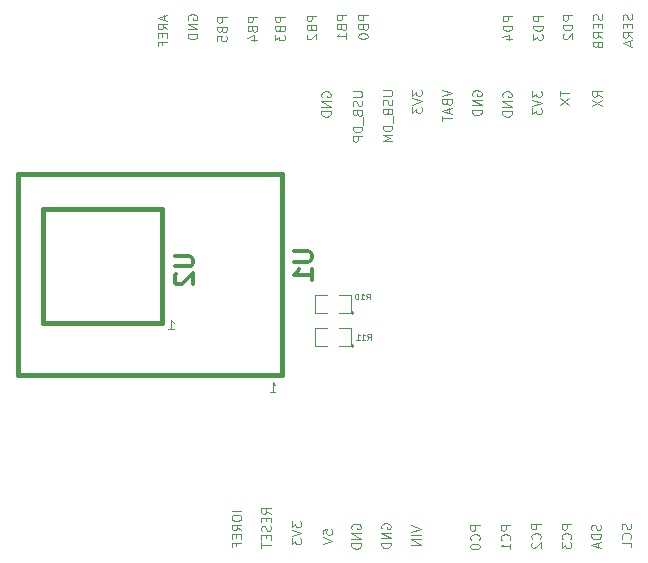
<source format=gbo>
G04 (created by PCBNEW (2013-05-31 BZR 4019)-stable) date 14/03/2014 22:41:48*
%MOIN*%
G04 Gerber Fmt 3.4, Leading zero omitted, Abs format*
%FSLAX34Y34*%
G01*
G70*
G90*
G04 APERTURE LIST*
%ADD10C,0.00590551*%
%ADD11C,0.00393701*%
%ADD12C,0.0039*%
%ADD13C,0.015*%
%ADD14C,0.0043*%
%ADD15C,0.012*%
G04 APERTURE END LIST*
G54D10*
G54D11*
X52687Y-29864D02*
X52687Y-30014D01*
X52777Y-29834D02*
X52462Y-29939D01*
X52777Y-30044D01*
X52777Y-30329D02*
X52627Y-30224D01*
X52777Y-30149D02*
X52462Y-30149D01*
X52462Y-30269D01*
X52477Y-30299D01*
X52492Y-30314D01*
X52522Y-30329D01*
X52567Y-30329D01*
X52597Y-30314D01*
X52612Y-30299D01*
X52627Y-30269D01*
X52627Y-30149D01*
X52612Y-30464D02*
X52612Y-30568D01*
X52777Y-30613D02*
X52777Y-30464D01*
X52462Y-30464D01*
X52462Y-30613D01*
X52612Y-30853D02*
X52612Y-30748D01*
X52777Y-30748D02*
X52462Y-30748D01*
X52462Y-30898D01*
X55257Y-46368D02*
X54942Y-46368D01*
X54942Y-46578D02*
X54942Y-46638D01*
X54957Y-46668D01*
X54987Y-46698D01*
X55047Y-46713D01*
X55152Y-46713D01*
X55212Y-46698D01*
X55242Y-46668D01*
X55257Y-46638D01*
X55257Y-46578D01*
X55242Y-46548D01*
X55212Y-46518D01*
X55152Y-46503D01*
X55047Y-46503D01*
X54987Y-46518D01*
X54957Y-46548D01*
X54942Y-46578D01*
X55257Y-47028D02*
X55107Y-46923D01*
X55257Y-46848D02*
X54942Y-46848D01*
X54942Y-46968D01*
X54957Y-46998D01*
X54972Y-47013D01*
X55002Y-47028D01*
X55047Y-47028D01*
X55077Y-47013D01*
X55092Y-46998D01*
X55107Y-46968D01*
X55107Y-46848D01*
X55092Y-47163D02*
X55092Y-47268D01*
X55257Y-47313D02*
X55257Y-47163D01*
X54942Y-47163D01*
X54942Y-47313D01*
X55092Y-47553D02*
X55092Y-47448D01*
X55257Y-47448D02*
X54942Y-47448D01*
X54942Y-47598D01*
X56237Y-46471D02*
X56087Y-46366D01*
X56237Y-46291D02*
X55922Y-46291D01*
X55922Y-46411D01*
X55937Y-46441D01*
X55952Y-46456D01*
X55982Y-46471D01*
X56027Y-46471D01*
X56057Y-46456D01*
X56072Y-46441D01*
X56087Y-46411D01*
X56087Y-46291D01*
X56072Y-46606D02*
X56072Y-46711D01*
X56237Y-46756D02*
X56237Y-46606D01*
X55922Y-46606D01*
X55922Y-46756D01*
X56222Y-46876D02*
X56237Y-46921D01*
X56237Y-46996D01*
X56222Y-47026D01*
X56207Y-47041D01*
X56177Y-47056D01*
X56147Y-47056D01*
X56117Y-47041D01*
X56102Y-47026D01*
X56087Y-46996D01*
X56072Y-46936D01*
X56057Y-46906D01*
X56042Y-46891D01*
X56012Y-46876D01*
X55982Y-46876D01*
X55952Y-46891D01*
X55937Y-46906D01*
X55922Y-46936D01*
X55922Y-47011D01*
X55937Y-47056D01*
X56072Y-47191D02*
X56072Y-47296D01*
X56237Y-47341D02*
X56237Y-47191D01*
X55922Y-47191D01*
X55922Y-47341D01*
X55922Y-47431D02*
X55922Y-47611D01*
X56237Y-47521D02*
X55922Y-47521D01*
X57962Y-47160D02*
X57962Y-47010D01*
X58112Y-46995D01*
X58097Y-47010D01*
X58082Y-47040D01*
X58082Y-47115D01*
X58097Y-47145D01*
X58112Y-47160D01*
X58142Y-47175D01*
X58217Y-47175D01*
X58247Y-47160D01*
X58262Y-47145D01*
X58277Y-47115D01*
X58277Y-47040D01*
X58262Y-47010D01*
X58247Y-46995D01*
X57962Y-47265D02*
X58277Y-47370D01*
X57962Y-47475D01*
X68269Y-29821D02*
X68284Y-29866D01*
X68284Y-29941D01*
X68269Y-29971D01*
X68254Y-29986D01*
X68224Y-30001D01*
X68194Y-30001D01*
X68164Y-29986D01*
X68149Y-29971D01*
X68134Y-29941D01*
X68119Y-29881D01*
X68104Y-29851D01*
X68089Y-29836D01*
X68059Y-29821D01*
X68029Y-29821D01*
X68000Y-29836D01*
X67985Y-29851D01*
X67970Y-29881D01*
X67970Y-29956D01*
X67985Y-30001D01*
X68119Y-30136D02*
X68119Y-30241D01*
X68284Y-30286D02*
X68284Y-30136D01*
X67970Y-30136D01*
X67970Y-30286D01*
X68284Y-30601D02*
X68134Y-30496D01*
X68284Y-30421D02*
X67970Y-30421D01*
X67970Y-30541D01*
X67985Y-30571D01*
X68000Y-30586D01*
X68029Y-30601D01*
X68074Y-30601D01*
X68104Y-30586D01*
X68119Y-30571D01*
X68134Y-30541D01*
X68134Y-30421D01*
X68194Y-30721D02*
X68194Y-30871D01*
X68284Y-30691D02*
X67970Y-30796D01*
X68284Y-30901D01*
X67277Y-29826D02*
X67292Y-29871D01*
X67292Y-29946D01*
X67277Y-29976D01*
X67262Y-29991D01*
X67232Y-30006D01*
X67202Y-30006D01*
X67172Y-29991D01*
X67157Y-29976D01*
X67142Y-29946D01*
X67127Y-29886D01*
X67112Y-29856D01*
X67097Y-29841D01*
X67067Y-29826D01*
X67037Y-29826D01*
X67007Y-29841D01*
X66992Y-29856D01*
X66977Y-29886D01*
X66977Y-29961D01*
X66992Y-30006D01*
X67127Y-30141D02*
X67127Y-30246D01*
X67292Y-30291D02*
X67292Y-30141D01*
X66977Y-30141D01*
X66977Y-30291D01*
X67292Y-30606D02*
X67142Y-30501D01*
X67292Y-30426D02*
X66977Y-30426D01*
X66977Y-30546D01*
X66992Y-30576D01*
X67007Y-30591D01*
X67037Y-30606D01*
X67082Y-30606D01*
X67112Y-30591D01*
X67127Y-30576D01*
X67142Y-30546D01*
X67142Y-30426D01*
X67127Y-30846D02*
X67142Y-30891D01*
X67157Y-30906D01*
X67187Y-30921D01*
X67232Y-30921D01*
X67262Y-30906D01*
X67277Y-30891D01*
X67292Y-30861D01*
X67292Y-30741D01*
X66977Y-30741D01*
X66977Y-30846D01*
X66992Y-30876D01*
X67007Y-30891D01*
X67037Y-30906D01*
X67067Y-30906D01*
X67097Y-30891D01*
X67112Y-30876D01*
X67127Y-30846D01*
X67127Y-30741D01*
X59977Y-32353D02*
X60232Y-32353D01*
X60262Y-32368D01*
X60277Y-32383D01*
X60292Y-32413D01*
X60292Y-32473D01*
X60277Y-32503D01*
X60262Y-32518D01*
X60232Y-32533D01*
X59977Y-32533D01*
X60277Y-32668D02*
X60292Y-32713D01*
X60292Y-32788D01*
X60277Y-32818D01*
X60262Y-32833D01*
X60232Y-32848D01*
X60202Y-32848D01*
X60172Y-32833D01*
X60157Y-32818D01*
X60142Y-32788D01*
X60127Y-32728D01*
X60112Y-32698D01*
X60097Y-32683D01*
X60067Y-32668D01*
X60037Y-32668D01*
X60007Y-32683D01*
X59992Y-32698D01*
X59977Y-32728D01*
X59977Y-32803D01*
X59992Y-32848D01*
X60127Y-33088D02*
X60142Y-33133D01*
X60157Y-33148D01*
X60187Y-33163D01*
X60232Y-33163D01*
X60262Y-33148D01*
X60277Y-33133D01*
X60292Y-33103D01*
X60292Y-32983D01*
X59977Y-32983D01*
X59977Y-33088D01*
X59992Y-33118D01*
X60007Y-33133D01*
X60037Y-33148D01*
X60067Y-33148D01*
X60097Y-33133D01*
X60112Y-33118D01*
X60127Y-33088D01*
X60127Y-32983D01*
X60322Y-33223D02*
X60322Y-33463D01*
X60292Y-33538D02*
X59977Y-33538D01*
X59977Y-33613D01*
X59992Y-33658D01*
X60022Y-33688D01*
X60052Y-33703D01*
X60112Y-33718D01*
X60157Y-33718D01*
X60217Y-33703D01*
X60247Y-33688D01*
X60277Y-33658D01*
X60292Y-33613D01*
X60292Y-33538D01*
X60292Y-33853D02*
X59977Y-33853D01*
X60202Y-33958D01*
X59977Y-34063D01*
X60292Y-34063D01*
X58973Y-32392D02*
X59228Y-32392D01*
X59258Y-32407D01*
X59273Y-32422D01*
X59288Y-32452D01*
X59288Y-32511D01*
X59273Y-32541D01*
X59258Y-32556D01*
X59228Y-32571D01*
X58973Y-32571D01*
X59273Y-32706D02*
X59288Y-32751D01*
X59288Y-32826D01*
X59273Y-32856D01*
X59258Y-32871D01*
X59228Y-32886D01*
X59198Y-32886D01*
X59168Y-32871D01*
X59153Y-32856D01*
X59138Y-32826D01*
X59123Y-32766D01*
X59108Y-32736D01*
X59093Y-32721D01*
X59063Y-32706D01*
X59033Y-32706D01*
X59003Y-32721D01*
X58988Y-32736D01*
X58973Y-32766D01*
X58973Y-32841D01*
X58988Y-32886D01*
X59123Y-33126D02*
X59138Y-33171D01*
X59153Y-33186D01*
X59183Y-33201D01*
X59228Y-33201D01*
X59258Y-33186D01*
X59273Y-33171D01*
X59288Y-33141D01*
X59288Y-33021D01*
X58973Y-33021D01*
X58973Y-33126D01*
X58988Y-33156D01*
X59003Y-33171D01*
X59033Y-33186D01*
X59063Y-33186D01*
X59093Y-33171D01*
X59108Y-33156D01*
X59123Y-33126D01*
X59123Y-33021D01*
X59318Y-33261D02*
X59318Y-33501D01*
X59288Y-33576D02*
X58973Y-33576D01*
X58973Y-33651D01*
X58988Y-33696D01*
X59018Y-33726D01*
X59048Y-33741D01*
X59108Y-33756D01*
X59153Y-33756D01*
X59213Y-33741D01*
X59243Y-33726D01*
X59273Y-33696D01*
X59288Y-33651D01*
X59288Y-33576D01*
X59288Y-33891D02*
X58973Y-33891D01*
X58973Y-34011D01*
X58988Y-34041D01*
X59003Y-34056D01*
X59033Y-34071D01*
X59078Y-34071D01*
X59108Y-34056D01*
X59123Y-34041D01*
X59138Y-34011D01*
X59138Y-33891D01*
X60954Y-32338D02*
X60954Y-32533D01*
X61074Y-32428D01*
X61074Y-32473D01*
X61089Y-32503D01*
X61104Y-32518D01*
X61134Y-32533D01*
X61209Y-32533D01*
X61239Y-32518D01*
X61254Y-32503D01*
X61269Y-32473D01*
X61269Y-32383D01*
X61254Y-32353D01*
X61239Y-32338D01*
X60954Y-32623D02*
X61269Y-32728D01*
X60954Y-32833D01*
X60954Y-32908D02*
X60954Y-33103D01*
X61074Y-32998D01*
X61074Y-33043D01*
X61089Y-33073D01*
X61104Y-33088D01*
X61134Y-33103D01*
X61209Y-33103D01*
X61239Y-33088D01*
X61254Y-33073D01*
X61269Y-33043D01*
X61269Y-32953D01*
X61254Y-32923D01*
X61239Y-32908D01*
X61958Y-32348D02*
X62273Y-32453D01*
X61958Y-32558D01*
X62108Y-32768D02*
X62123Y-32813D01*
X62138Y-32828D01*
X62168Y-32843D01*
X62213Y-32843D01*
X62243Y-32828D01*
X62258Y-32813D01*
X62273Y-32783D01*
X62273Y-32663D01*
X61958Y-32663D01*
X61958Y-32768D01*
X61973Y-32798D01*
X61988Y-32813D01*
X62018Y-32828D01*
X62048Y-32828D01*
X62078Y-32813D01*
X62093Y-32798D01*
X62108Y-32768D01*
X62108Y-32663D01*
X62183Y-32963D02*
X62183Y-33113D01*
X62273Y-32933D02*
X61958Y-33038D01*
X62273Y-33143D01*
X61958Y-33203D02*
X61958Y-33383D01*
X62273Y-33293D02*
X61958Y-33293D01*
X57937Y-32578D02*
X57922Y-32548D01*
X57922Y-32503D01*
X57937Y-32458D01*
X57967Y-32428D01*
X57997Y-32413D01*
X58057Y-32398D01*
X58102Y-32398D01*
X58162Y-32413D01*
X58192Y-32428D01*
X58222Y-32458D01*
X58237Y-32503D01*
X58237Y-32533D01*
X58222Y-32578D01*
X58207Y-32593D01*
X58102Y-32593D01*
X58102Y-32533D01*
X58237Y-32728D02*
X57922Y-32728D01*
X58237Y-32908D01*
X57922Y-32908D01*
X58237Y-33058D02*
X57922Y-33058D01*
X57922Y-33133D01*
X57937Y-33178D01*
X57967Y-33208D01*
X57997Y-33223D01*
X58057Y-33238D01*
X58102Y-33238D01*
X58162Y-33223D01*
X58192Y-33208D01*
X58222Y-33178D01*
X58237Y-33133D01*
X58237Y-33058D01*
X62961Y-32535D02*
X62946Y-32505D01*
X62946Y-32460D01*
X62961Y-32415D01*
X62991Y-32385D01*
X63021Y-32370D01*
X63081Y-32355D01*
X63126Y-32355D01*
X63186Y-32370D01*
X63216Y-32385D01*
X63246Y-32415D01*
X63261Y-32460D01*
X63261Y-32490D01*
X63246Y-32535D01*
X63231Y-32550D01*
X63126Y-32550D01*
X63126Y-32490D01*
X63261Y-32685D02*
X62946Y-32685D01*
X63261Y-32865D01*
X62946Y-32865D01*
X63261Y-33015D02*
X62946Y-33015D01*
X62946Y-33090D01*
X62961Y-33135D01*
X62991Y-33165D01*
X63021Y-33180D01*
X63081Y-33195D01*
X63126Y-33195D01*
X63186Y-33180D01*
X63216Y-33165D01*
X63246Y-33135D01*
X63261Y-33090D01*
X63261Y-33015D01*
X63969Y-32578D02*
X63954Y-32548D01*
X63954Y-32503D01*
X63969Y-32458D01*
X63999Y-32428D01*
X64029Y-32413D01*
X64089Y-32398D01*
X64134Y-32398D01*
X64194Y-32413D01*
X64224Y-32428D01*
X64254Y-32458D01*
X64269Y-32503D01*
X64269Y-32533D01*
X64254Y-32578D01*
X64239Y-32593D01*
X64134Y-32593D01*
X64134Y-32533D01*
X64269Y-32728D02*
X63954Y-32728D01*
X64269Y-32908D01*
X63954Y-32908D01*
X64269Y-33058D02*
X63954Y-33058D01*
X63954Y-33133D01*
X63969Y-33178D01*
X63999Y-33208D01*
X64029Y-33223D01*
X64089Y-33238D01*
X64134Y-33238D01*
X64194Y-33223D01*
X64224Y-33208D01*
X64254Y-33178D01*
X64269Y-33133D01*
X64269Y-33058D01*
X53477Y-30000D02*
X53462Y-29970D01*
X53462Y-29925D01*
X53477Y-29880D01*
X53507Y-29850D01*
X53537Y-29835D01*
X53597Y-29820D01*
X53642Y-29820D01*
X53702Y-29835D01*
X53732Y-29850D01*
X53762Y-29880D01*
X53777Y-29925D01*
X53777Y-29955D01*
X53762Y-30000D01*
X53747Y-30015D01*
X53642Y-30015D01*
X53642Y-29955D01*
X53777Y-30150D02*
X53462Y-30150D01*
X53777Y-30330D01*
X53462Y-30330D01*
X53777Y-30480D02*
X53462Y-30480D01*
X53462Y-30555D01*
X53477Y-30600D01*
X53507Y-30630D01*
X53537Y-30645D01*
X53597Y-30660D01*
X53642Y-30660D01*
X53702Y-30645D01*
X53732Y-30630D01*
X53762Y-30600D01*
X53777Y-30555D01*
X53777Y-30480D01*
X58941Y-46980D02*
X58926Y-46950D01*
X58926Y-46905D01*
X58941Y-46860D01*
X58971Y-46830D01*
X59001Y-46815D01*
X59061Y-46800D01*
X59106Y-46800D01*
X59166Y-46815D01*
X59196Y-46830D01*
X59226Y-46860D01*
X59241Y-46905D01*
X59241Y-46935D01*
X59226Y-46980D01*
X59211Y-46995D01*
X59106Y-46995D01*
X59106Y-46935D01*
X59241Y-47130D02*
X58926Y-47130D01*
X59241Y-47310D01*
X58926Y-47310D01*
X59241Y-47460D02*
X58926Y-47460D01*
X58926Y-47535D01*
X58941Y-47580D01*
X58971Y-47610D01*
X59001Y-47625D01*
X59061Y-47640D01*
X59106Y-47640D01*
X59166Y-47625D01*
X59196Y-47610D01*
X59226Y-47580D01*
X59241Y-47535D01*
X59241Y-47460D01*
X59933Y-46964D02*
X59918Y-46934D01*
X59918Y-46889D01*
X59933Y-46844D01*
X59963Y-46814D01*
X59993Y-46799D01*
X60053Y-46784D01*
X60098Y-46784D01*
X60158Y-46799D01*
X60188Y-46814D01*
X60218Y-46844D01*
X60233Y-46889D01*
X60233Y-46919D01*
X60218Y-46964D01*
X60203Y-46979D01*
X60098Y-46979D01*
X60098Y-46919D01*
X60233Y-47114D02*
X59918Y-47114D01*
X60233Y-47294D01*
X59918Y-47294D01*
X60233Y-47444D02*
X59918Y-47444D01*
X59918Y-47519D01*
X59933Y-47564D01*
X59963Y-47594D01*
X59993Y-47609D01*
X60053Y-47624D01*
X60098Y-47624D01*
X60158Y-47609D01*
X60188Y-47594D01*
X60218Y-47564D01*
X60233Y-47519D01*
X60233Y-47444D01*
X59466Y-29850D02*
X59151Y-29850D01*
X59151Y-29970D01*
X59166Y-30000D01*
X59181Y-30015D01*
X59211Y-30030D01*
X59256Y-30030D01*
X59286Y-30015D01*
X59301Y-30000D01*
X59316Y-29970D01*
X59316Y-29850D01*
X59301Y-30270D02*
X59316Y-30315D01*
X59331Y-30330D01*
X59361Y-30345D01*
X59406Y-30345D01*
X59436Y-30330D01*
X59451Y-30315D01*
X59466Y-30285D01*
X59466Y-30165D01*
X59151Y-30165D01*
X59151Y-30270D01*
X59166Y-30300D01*
X59181Y-30315D01*
X59211Y-30330D01*
X59241Y-30330D01*
X59271Y-30315D01*
X59286Y-30300D01*
X59301Y-30270D01*
X59301Y-30165D01*
X59151Y-30540D02*
X59151Y-30570D01*
X59166Y-30600D01*
X59181Y-30615D01*
X59211Y-30630D01*
X59271Y-30645D01*
X59346Y-30645D01*
X59406Y-30630D01*
X59436Y-30615D01*
X59451Y-30600D01*
X59466Y-30570D01*
X59466Y-30540D01*
X59451Y-30510D01*
X59436Y-30495D01*
X59406Y-30480D01*
X59346Y-30465D01*
X59271Y-30465D01*
X59211Y-30480D01*
X59181Y-30495D01*
X59166Y-30510D01*
X59151Y-30540D01*
X58757Y-29850D02*
X58442Y-29850D01*
X58442Y-29970D01*
X58457Y-30000D01*
X58472Y-30015D01*
X58502Y-30030D01*
X58547Y-30030D01*
X58577Y-30015D01*
X58592Y-30000D01*
X58607Y-29970D01*
X58607Y-29850D01*
X58592Y-30270D02*
X58607Y-30315D01*
X58622Y-30330D01*
X58652Y-30345D01*
X58697Y-30345D01*
X58727Y-30330D01*
X58742Y-30315D01*
X58757Y-30285D01*
X58757Y-30165D01*
X58442Y-30165D01*
X58442Y-30270D01*
X58457Y-30300D01*
X58472Y-30315D01*
X58502Y-30330D01*
X58532Y-30330D01*
X58562Y-30315D01*
X58577Y-30300D01*
X58592Y-30270D01*
X58592Y-30165D01*
X58757Y-30645D02*
X58757Y-30465D01*
X58757Y-30555D02*
X58442Y-30555D01*
X58487Y-30525D01*
X58517Y-30495D01*
X58532Y-30465D01*
X54769Y-29928D02*
X54454Y-29928D01*
X54454Y-30048D01*
X54469Y-30078D01*
X54484Y-30093D01*
X54514Y-30108D01*
X54559Y-30108D01*
X54589Y-30093D01*
X54604Y-30078D01*
X54619Y-30048D01*
X54619Y-29928D01*
X54604Y-30348D02*
X54619Y-30393D01*
X54634Y-30408D01*
X54664Y-30423D01*
X54709Y-30423D01*
X54739Y-30408D01*
X54754Y-30393D01*
X54769Y-30363D01*
X54769Y-30243D01*
X54454Y-30243D01*
X54454Y-30348D01*
X54469Y-30378D01*
X54484Y-30393D01*
X54514Y-30408D01*
X54544Y-30408D01*
X54574Y-30393D01*
X54589Y-30378D01*
X54604Y-30348D01*
X54604Y-30243D01*
X54454Y-30708D02*
X54454Y-30558D01*
X54604Y-30543D01*
X54589Y-30558D01*
X54574Y-30588D01*
X54574Y-30663D01*
X54589Y-30693D01*
X54604Y-30708D01*
X54634Y-30723D01*
X54709Y-30723D01*
X54739Y-30708D01*
X54754Y-30693D01*
X54769Y-30663D01*
X54769Y-30588D01*
X54754Y-30558D01*
X54739Y-30543D01*
X55777Y-29909D02*
X55462Y-29909D01*
X55462Y-30029D01*
X55477Y-30059D01*
X55492Y-30074D01*
X55522Y-30089D01*
X55567Y-30089D01*
X55597Y-30074D01*
X55612Y-30059D01*
X55627Y-30029D01*
X55627Y-29909D01*
X55612Y-30329D02*
X55627Y-30374D01*
X55642Y-30389D01*
X55672Y-30404D01*
X55717Y-30404D01*
X55747Y-30389D01*
X55762Y-30374D01*
X55777Y-30344D01*
X55777Y-30224D01*
X55462Y-30224D01*
X55462Y-30329D01*
X55477Y-30359D01*
X55492Y-30374D01*
X55522Y-30389D01*
X55552Y-30389D01*
X55582Y-30374D01*
X55597Y-30359D01*
X55612Y-30329D01*
X55612Y-30224D01*
X55567Y-30674D02*
X55777Y-30674D01*
X55447Y-30599D02*
X55672Y-30524D01*
X55672Y-30719D01*
X56706Y-29901D02*
X56391Y-29901D01*
X56391Y-30021D01*
X56406Y-30051D01*
X56421Y-30066D01*
X56451Y-30081D01*
X56496Y-30081D01*
X56526Y-30066D01*
X56541Y-30051D01*
X56556Y-30021D01*
X56556Y-29901D01*
X56541Y-30321D02*
X56556Y-30366D01*
X56571Y-30381D01*
X56601Y-30396D01*
X56646Y-30396D01*
X56676Y-30381D01*
X56691Y-30366D01*
X56706Y-30336D01*
X56706Y-30216D01*
X56391Y-30216D01*
X56391Y-30321D01*
X56406Y-30351D01*
X56421Y-30366D01*
X56451Y-30381D01*
X56481Y-30381D01*
X56511Y-30366D01*
X56526Y-30351D01*
X56541Y-30321D01*
X56541Y-30216D01*
X56391Y-30501D02*
X56391Y-30696D01*
X56511Y-30591D01*
X56511Y-30636D01*
X56526Y-30666D01*
X56541Y-30681D01*
X56571Y-30696D01*
X56646Y-30696D01*
X56676Y-30681D01*
X56691Y-30666D01*
X56706Y-30636D01*
X56706Y-30546D01*
X56691Y-30516D01*
X56676Y-30501D01*
X57757Y-29869D02*
X57442Y-29869D01*
X57442Y-29989D01*
X57457Y-30019D01*
X57472Y-30034D01*
X57502Y-30049D01*
X57547Y-30049D01*
X57577Y-30034D01*
X57592Y-30019D01*
X57607Y-29989D01*
X57607Y-29869D01*
X57592Y-30289D02*
X57607Y-30334D01*
X57622Y-30349D01*
X57652Y-30364D01*
X57697Y-30364D01*
X57727Y-30349D01*
X57742Y-30334D01*
X57757Y-30304D01*
X57757Y-30184D01*
X57442Y-30184D01*
X57442Y-30289D01*
X57457Y-30319D01*
X57472Y-30334D01*
X57502Y-30349D01*
X57532Y-30349D01*
X57562Y-30334D01*
X57577Y-30319D01*
X57592Y-30289D01*
X57592Y-30184D01*
X57472Y-30484D02*
X57457Y-30499D01*
X57442Y-30529D01*
X57442Y-30604D01*
X57457Y-30634D01*
X57472Y-30649D01*
X57502Y-30664D01*
X57532Y-30664D01*
X57577Y-30649D01*
X57757Y-30469D01*
X57757Y-30664D01*
X67269Y-32573D02*
X67119Y-32468D01*
X67269Y-32393D02*
X66954Y-32393D01*
X66954Y-32513D01*
X66969Y-32543D01*
X66984Y-32558D01*
X67014Y-32573D01*
X67059Y-32573D01*
X67089Y-32558D01*
X67104Y-32543D01*
X67119Y-32513D01*
X67119Y-32393D01*
X66954Y-32678D02*
X67269Y-32888D01*
X66954Y-32888D02*
X67269Y-32678D01*
X65871Y-32370D02*
X65871Y-32550D01*
X66186Y-32460D02*
X65871Y-32460D01*
X65871Y-32625D02*
X66186Y-32835D01*
X65871Y-32835D02*
X66186Y-32625D01*
X64958Y-32385D02*
X64958Y-32580D01*
X65078Y-32475D01*
X65078Y-32520D01*
X65093Y-32550D01*
X65108Y-32565D01*
X65138Y-32580D01*
X65213Y-32580D01*
X65243Y-32565D01*
X65258Y-32550D01*
X65273Y-32520D01*
X65273Y-32430D01*
X65258Y-32400D01*
X65243Y-32385D01*
X64958Y-32670D02*
X65273Y-32775D01*
X64958Y-32880D01*
X64958Y-32955D02*
X64958Y-33150D01*
X65078Y-33045D01*
X65078Y-33090D01*
X65093Y-33120D01*
X65108Y-33135D01*
X65138Y-33150D01*
X65213Y-33150D01*
X65243Y-33135D01*
X65258Y-33120D01*
X65273Y-33090D01*
X65273Y-33000D01*
X65258Y-32970D01*
X65243Y-32955D01*
X64288Y-29885D02*
X63973Y-29885D01*
X63973Y-30005D01*
X63988Y-30035D01*
X64003Y-30050D01*
X64033Y-30065D01*
X64078Y-30065D01*
X64108Y-30050D01*
X64123Y-30035D01*
X64138Y-30005D01*
X64138Y-29885D01*
X64288Y-30200D02*
X63973Y-30200D01*
X63973Y-30275D01*
X63988Y-30320D01*
X64018Y-30350D01*
X64048Y-30365D01*
X64108Y-30380D01*
X64153Y-30380D01*
X64213Y-30365D01*
X64243Y-30350D01*
X64273Y-30320D01*
X64288Y-30275D01*
X64288Y-30200D01*
X64078Y-30650D02*
X64288Y-30650D01*
X63958Y-30575D02*
X64183Y-30500D01*
X64183Y-30695D01*
X65308Y-29885D02*
X64993Y-29885D01*
X64993Y-30005D01*
X65008Y-30035D01*
X65023Y-30050D01*
X65053Y-30065D01*
X65098Y-30065D01*
X65128Y-30050D01*
X65143Y-30035D01*
X65158Y-30005D01*
X65158Y-29885D01*
X65308Y-30200D02*
X64993Y-30200D01*
X64993Y-30275D01*
X65008Y-30320D01*
X65038Y-30350D01*
X65068Y-30365D01*
X65128Y-30380D01*
X65173Y-30380D01*
X65233Y-30365D01*
X65263Y-30350D01*
X65293Y-30320D01*
X65308Y-30275D01*
X65308Y-30200D01*
X64993Y-30485D02*
X64993Y-30680D01*
X65113Y-30575D01*
X65113Y-30620D01*
X65128Y-30650D01*
X65143Y-30665D01*
X65173Y-30680D01*
X65248Y-30680D01*
X65278Y-30665D01*
X65293Y-30650D01*
X65308Y-30620D01*
X65308Y-30530D01*
X65293Y-30500D01*
X65278Y-30485D01*
X66284Y-29862D02*
X65970Y-29862D01*
X65970Y-29982D01*
X65985Y-30011D01*
X66000Y-30026D01*
X66029Y-30041D01*
X66074Y-30041D01*
X66104Y-30026D01*
X66119Y-30011D01*
X66134Y-29982D01*
X66134Y-29862D01*
X66284Y-30176D02*
X65970Y-30176D01*
X65970Y-30251D01*
X65985Y-30296D01*
X66014Y-30326D01*
X66044Y-30341D01*
X66104Y-30356D01*
X66149Y-30356D01*
X66209Y-30341D01*
X66239Y-30326D01*
X66269Y-30296D01*
X66284Y-30251D01*
X66284Y-30176D01*
X66000Y-30476D02*
X65985Y-30491D01*
X65970Y-30521D01*
X65970Y-30596D01*
X65985Y-30626D01*
X66000Y-30641D01*
X66029Y-30656D01*
X66059Y-30656D01*
X66104Y-30641D01*
X66284Y-30461D01*
X66284Y-30656D01*
X66249Y-46830D02*
X65934Y-46830D01*
X65934Y-46950D01*
X65949Y-46980D01*
X65964Y-46995D01*
X65994Y-47010D01*
X66039Y-47010D01*
X66069Y-46995D01*
X66084Y-46980D01*
X66099Y-46950D01*
X66099Y-46830D01*
X66219Y-47325D02*
X66234Y-47310D01*
X66249Y-47265D01*
X66249Y-47235D01*
X66234Y-47190D01*
X66204Y-47160D01*
X66174Y-47145D01*
X66114Y-47130D01*
X66069Y-47130D01*
X66009Y-47145D01*
X65979Y-47160D01*
X65949Y-47190D01*
X65934Y-47235D01*
X65934Y-47265D01*
X65949Y-47310D01*
X65964Y-47325D01*
X65934Y-47430D02*
X65934Y-47625D01*
X66054Y-47520D01*
X66054Y-47565D01*
X66069Y-47595D01*
X66084Y-47610D01*
X66114Y-47625D01*
X66189Y-47625D01*
X66219Y-47610D01*
X66234Y-47595D01*
X66249Y-47565D01*
X66249Y-47475D01*
X66234Y-47445D01*
X66219Y-47430D01*
X65241Y-46818D02*
X64926Y-46818D01*
X64926Y-46938D01*
X64941Y-46968D01*
X64956Y-46983D01*
X64986Y-46998D01*
X65031Y-46998D01*
X65061Y-46983D01*
X65076Y-46968D01*
X65091Y-46938D01*
X65091Y-46818D01*
X65211Y-47313D02*
X65226Y-47298D01*
X65241Y-47253D01*
X65241Y-47223D01*
X65226Y-47178D01*
X65196Y-47148D01*
X65166Y-47133D01*
X65106Y-47118D01*
X65061Y-47118D01*
X65001Y-47133D01*
X64971Y-47148D01*
X64941Y-47178D01*
X64926Y-47223D01*
X64926Y-47253D01*
X64941Y-47298D01*
X64956Y-47313D01*
X64956Y-47433D02*
X64941Y-47448D01*
X64926Y-47478D01*
X64926Y-47553D01*
X64941Y-47583D01*
X64956Y-47598D01*
X64986Y-47613D01*
X65016Y-47613D01*
X65061Y-47598D01*
X65241Y-47418D01*
X65241Y-47613D01*
X64225Y-46854D02*
X63910Y-46854D01*
X63910Y-46974D01*
X63925Y-47004D01*
X63940Y-47019D01*
X63970Y-47034D01*
X64015Y-47034D01*
X64045Y-47019D01*
X64060Y-47004D01*
X64075Y-46974D01*
X64075Y-46854D01*
X64195Y-47349D02*
X64210Y-47334D01*
X64225Y-47289D01*
X64225Y-47259D01*
X64210Y-47214D01*
X64180Y-47184D01*
X64150Y-47169D01*
X64090Y-47154D01*
X64045Y-47154D01*
X63985Y-47169D01*
X63955Y-47184D01*
X63925Y-47214D01*
X63910Y-47259D01*
X63910Y-47289D01*
X63925Y-47334D01*
X63940Y-47349D01*
X64225Y-47649D02*
X64225Y-47469D01*
X64225Y-47559D02*
X63910Y-47559D01*
X63955Y-47529D01*
X63985Y-47499D01*
X64000Y-47469D01*
X63206Y-46854D02*
X62891Y-46854D01*
X62891Y-46974D01*
X62906Y-47004D01*
X62921Y-47019D01*
X62951Y-47034D01*
X62996Y-47034D01*
X63026Y-47019D01*
X63041Y-47004D01*
X63056Y-46974D01*
X63056Y-46854D01*
X63176Y-47349D02*
X63191Y-47334D01*
X63206Y-47289D01*
X63206Y-47259D01*
X63191Y-47214D01*
X63161Y-47184D01*
X63131Y-47169D01*
X63071Y-47154D01*
X63026Y-47154D01*
X62966Y-47169D01*
X62936Y-47184D01*
X62906Y-47214D01*
X62891Y-47259D01*
X62891Y-47289D01*
X62906Y-47334D01*
X62921Y-47349D01*
X62891Y-47544D02*
X62891Y-47574D01*
X62906Y-47604D01*
X62921Y-47619D01*
X62951Y-47634D01*
X63011Y-47649D01*
X63086Y-47649D01*
X63146Y-47634D01*
X63176Y-47619D01*
X63191Y-47604D01*
X63206Y-47574D01*
X63206Y-47544D01*
X63191Y-47514D01*
X63176Y-47499D01*
X63146Y-47484D01*
X63086Y-47469D01*
X63011Y-47469D01*
X62951Y-47484D01*
X62921Y-47499D01*
X62906Y-47514D01*
X62891Y-47544D01*
X67226Y-46838D02*
X67241Y-46883D01*
X67241Y-46958D01*
X67226Y-46988D01*
X67211Y-47003D01*
X67181Y-47017D01*
X67151Y-47017D01*
X67121Y-47003D01*
X67106Y-46988D01*
X67091Y-46958D01*
X67076Y-46898D01*
X67061Y-46868D01*
X67046Y-46853D01*
X67016Y-46838D01*
X66986Y-46838D01*
X66956Y-46853D01*
X66941Y-46868D01*
X66926Y-46898D01*
X66926Y-46973D01*
X66941Y-47017D01*
X67241Y-47152D02*
X66926Y-47152D01*
X66926Y-47227D01*
X66941Y-47272D01*
X66971Y-47302D01*
X67001Y-47317D01*
X67061Y-47332D01*
X67106Y-47332D01*
X67166Y-47317D01*
X67196Y-47302D01*
X67226Y-47272D01*
X67241Y-47227D01*
X67241Y-47152D01*
X67151Y-47452D02*
X67151Y-47602D01*
X67241Y-47422D02*
X66926Y-47527D01*
X67241Y-47632D01*
X68230Y-46806D02*
X68245Y-46851D01*
X68245Y-46926D01*
X68230Y-46956D01*
X68215Y-46971D01*
X68185Y-46986D01*
X68155Y-46986D01*
X68125Y-46971D01*
X68110Y-46956D01*
X68095Y-46926D01*
X68080Y-46866D01*
X68065Y-46836D01*
X68050Y-46821D01*
X68020Y-46806D01*
X67990Y-46806D01*
X67960Y-46821D01*
X67945Y-46836D01*
X67930Y-46866D01*
X67930Y-46941D01*
X67945Y-46986D01*
X68215Y-47301D02*
X68230Y-47286D01*
X68245Y-47241D01*
X68245Y-47211D01*
X68230Y-47166D01*
X68200Y-47136D01*
X68170Y-47121D01*
X68110Y-47106D01*
X68065Y-47106D01*
X68005Y-47121D01*
X67975Y-47136D01*
X67945Y-47166D01*
X67930Y-47211D01*
X67930Y-47241D01*
X67945Y-47286D01*
X67960Y-47301D01*
X68245Y-47586D02*
X68245Y-47436D01*
X67930Y-47436D01*
X60922Y-46863D02*
X61237Y-46968D01*
X60922Y-47073D01*
X61237Y-47178D02*
X60922Y-47178D01*
X61237Y-47328D02*
X60922Y-47328D01*
X61237Y-47508D01*
X60922Y-47508D01*
X56930Y-46728D02*
X56930Y-46923D01*
X57050Y-46818D01*
X57050Y-46863D01*
X57065Y-46893D01*
X57080Y-46908D01*
X57110Y-46923D01*
X57185Y-46923D01*
X57215Y-46908D01*
X57230Y-46893D01*
X57245Y-46863D01*
X57245Y-46773D01*
X57230Y-46743D01*
X57215Y-46728D01*
X56930Y-47013D02*
X57245Y-47118D01*
X56930Y-47223D01*
X56930Y-47298D02*
X56930Y-47493D01*
X57050Y-47388D01*
X57050Y-47433D01*
X57065Y-47463D01*
X57080Y-47478D01*
X57110Y-47493D01*
X57185Y-47493D01*
X57215Y-47478D01*
X57230Y-47463D01*
X57245Y-47433D01*
X57245Y-47343D01*
X57230Y-47313D01*
X57215Y-47298D01*
X52823Y-40324D02*
X53003Y-40324D01*
X52913Y-40324D02*
X52913Y-40009D01*
X52943Y-40054D01*
X52973Y-40084D01*
X53003Y-40099D01*
X56209Y-42410D02*
X56389Y-42410D01*
X56299Y-42410D02*
X56299Y-42095D01*
X56329Y-42140D01*
X56359Y-42170D01*
X56389Y-42185D01*
G54D12*
X59007Y-39788D02*
G75*
G03X59007Y-39788I-50J0D01*
G74*
G01*
X58507Y-39788D02*
X58907Y-39788D01*
X58907Y-39788D02*
X58907Y-39188D01*
X58907Y-39188D02*
X58507Y-39188D01*
X58107Y-39188D02*
X57707Y-39188D01*
X57707Y-39188D02*
X57707Y-39788D01*
X57707Y-39788D02*
X58107Y-39788D01*
X59007Y-40890D02*
G75*
G03X59007Y-40890I-50J0D01*
G74*
G01*
X58507Y-40890D02*
X58907Y-40890D01*
X58907Y-40890D02*
X58907Y-40290D01*
X58907Y-40290D02*
X58507Y-40290D01*
X58107Y-40290D02*
X57707Y-40290D01*
X57707Y-40290D02*
X57707Y-40890D01*
X57707Y-40890D02*
X58107Y-40890D01*
G54D13*
X48650Y-36300D02*
X48650Y-40118D01*
X48650Y-40118D02*
X52626Y-40118D01*
X52626Y-40118D02*
X52626Y-36300D01*
X52626Y-36300D02*
X48650Y-36300D01*
X47800Y-35150D02*
X47800Y-41842D01*
X47800Y-41842D02*
X56618Y-41842D01*
X56618Y-41842D02*
X56618Y-35150D01*
X56618Y-35150D02*
X47800Y-35150D01*
G54D14*
X59417Y-39331D02*
X59483Y-39237D01*
X59530Y-39331D02*
X59530Y-39134D01*
X59455Y-39134D01*
X59436Y-39144D01*
X59427Y-39153D01*
X59417Y-39172D01*
X59417Y-39200D01*
X59427Y-39219D01*
X59436Y-39228D01*
X59455Y-39237D01*
X59530Y-39237D01*
X59230Y-39331D02*
X59342Y-39331D01*
X59286Y-39331D02*
X59286Y-39134D01*
X59305Y-39162D01*
X59324Y-39181D01*
X59342Y-39190D01*
X59108Y-39134D02*
X59089Y-39134D01*
X59070Y-39144D01*
X59061Y-39153D01*
X59052Y-39172D01*
X59042Y-39209D01*
X59042Y-39256D01*
X59052Y-39294D01*
X59061Y-39312D01*
X59070Y-39322D01*
X59089Y-39331D01*
X59108Y-39331D01*
X59127Y-39322D01*
X59136Y-39312D01*
X59145Y-39294D01*
X59155Y-39256D01*
X59155Y-39209D01*
X59145Y-39172D01*
X59136Y-39153D01*
X59127Y-39144D01*
X59108Y-39134D01*
X59457Y-40670D02*
X59523Y-40576D01*
X59569Y-40670D02*
X59569Y-40473D01*
X59494Y-40473D01*
X59476Y-40482D01*
X59466Y-40492D01*
X59457Y-40510D01*
X59457Y-40538D01*
X59466Y-40557D01*
X59476Y-40567D01*
X59494Y-40576D01*
X59569Y-40576D01*
X59269Y-40670D02*
X59382Y-40670D01*
X59326Y-40670D02*
X59326Y-40473D01*
X59344Y-40501D01*
X59363Y-40520D01*
X59382Y-40529D01*
X59082Y-40670D02*
X59194Y-40670D01*
X59138Y-40670D02*
X59138Y-40473D01*
X59157Y-40501D01*
X59175Y-40520D01*
X59194Y-40529D01*
G54D15*
X53028Y-37889D02*
X53514Y-37889D01*
X53571Y-37917D01*
X53600Y-37946D01*
X53628Y-38003D01*
X53628Y-38117D01*
X53600Y-38175D01*
X53571Y-38203D01*
X53514Y-38232D01*
X53028Y-38232D01*
X53085Y-38489D02*
X53057Y-38517D01*
X53028Y-38575D01*
X53028Y-38717D01*
X53057Y-38775D01*
X53085Y-38803D01*
X53142Y-38832D01*
X53200Y-38832D01*
X53285Y-38803D01*
X53628Y-38460D01*
X53628Y-38832D01*
X57005Y-37731D02*
X57490Y-37731D01*
X57547Y-37760D01*
X57576Y-37788D01*
X57605Y-37846D01*
X57605Y-37960D01*
X57576Y-38017D01*
X57547Y-38046D01*
X57490Y-38074D01*
X57005Y-38074D01*
X57605Y-38674D02*
X57605Y-38331D01*
X57605Y-38503D02*
X57005Y-38503D01*
X57090Y-38446D01*
X57147Y-38388D01*
X57176Y-38331D01*
M02*

</source>
